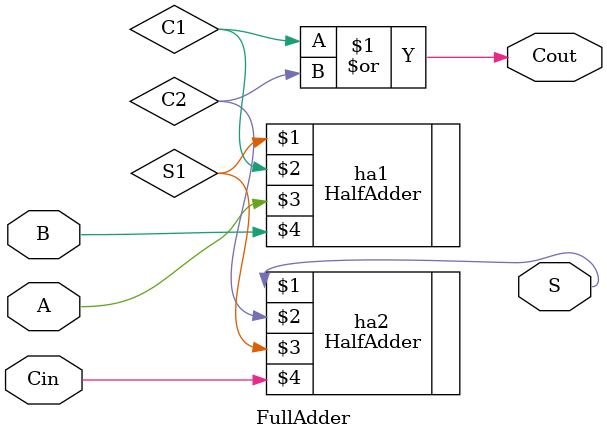
<source format=v>
module FullAdder(S, Cout, A, B, Cin);

	input A, B, Cin;
	output S, Cout;

	HalfAdder ha1(S1, C1, A, B);
	HalfAdder ha2(S, C2, S1, Cin);
	or or1(Cout, C1, C2);

endmodule

</source>
